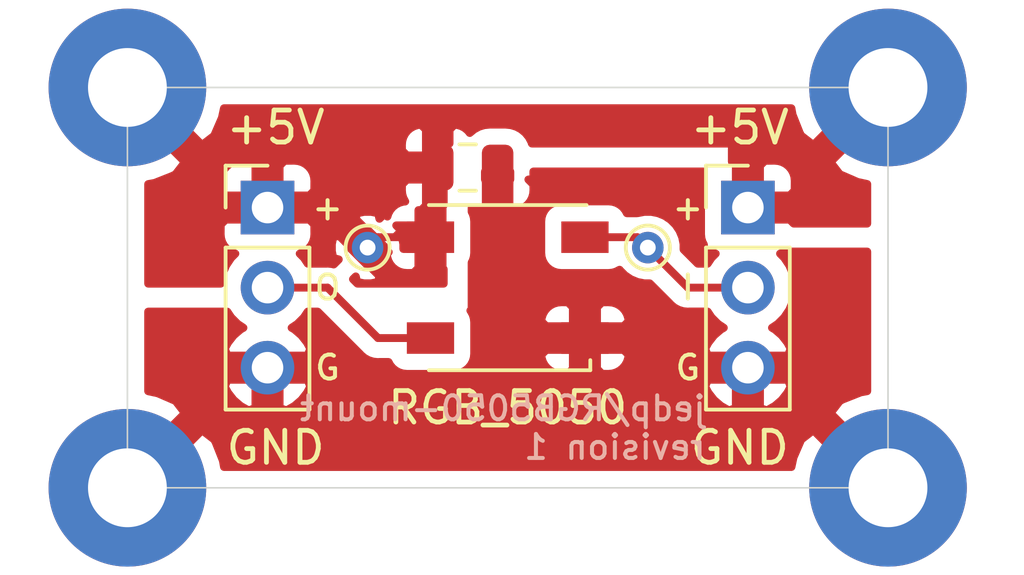
<source format=kicad_pcb>
(kicad_pcb (version 20171130) (host pcbnew "(5.1.7-0-10_14)")

  (general
    (thickness 1.6)
    (drawings 15)
    (tracks 11)
    (zones 0)
    (modules 12)
    (nets 5)
  )

  (page A4)
  (title_block
    (title "RGB 5050 mount")
    (date 2020-10-05)
    (rev 1)
  )

  (layers
    (0 F.Cu signal)
    (31 B.Cu signal)
    (32 B.Adhes user)
    (33 F.Adhes user)
    (34 B.Paste user)
    (35 F.Paste user)
    (36 B.SilkS user)
    (37 F.SilkS user)
    (38 B.Mask user)
    (39 F.Mask user)
    (40 Dwgs.User user)
    (41 Cmts.User user)
    (42 Eco1.User user)
    (43 Eco2.User user)
    (44 Edge.Cuts user)
    (45 Margin user)
    (46 B.CrtYd user)
    (47 F.CrtYd user)
    (48 B.Fab user)
    (49 F.Fab user hide)
  )

  (setup
    (last_trace_width 0.25)
    (trace_clearance 0.2)
    (zone_clearance 0.508)
    (zone_45_only no)
    (trace_min 0.2)
    (via_size 0.8)
    (via_drill 0.4)
    (via_min_size 0.4)
    (via_min_drill 0.3)
    (uvia_size 0.3)
    (uvia_drill 0.1)
    (uvias_allowed no)
    (uvia_min_size 0.2)
    (uvia_min_drill 0.1)
    (edge_width 0.05)
    (segment_width 0.2)
    (pcb_text_width 0.3)
    (pcb_text_size 1.5 1.5)
    (mod_edge_width 0.12)
    (mod_text_size 1 1)
    (mod_text_width 0.15)
    (pad_size 2 2)
    (pad_drill 1)
    (pad_to_mask_clearance 0)
    (aux_axis_origin 0 0)
    (grid_origin 140.97 82.55)
    (visible_elements FFFFF77F)
    (pcbplotparams
      (layerselection 0x010f0_ffffffff)
      (usegerberextensions false)
      (usegerberattributes false)
      (usegerberadvancedattributes false)
      (creategerberjobfile true)
      (excludeedgelayer true)
      (linewidth 0.100000)
      (plotframeref false)
      (viasonmask false)
      (mode 1)
      (useauxorigin false)
      (hpglpennumber 1)
      (hpglpenspeed 20)
      (hpglpendiameter 15.000000)
      (psnegative false)
      (psa4output false)
      (plotreference true)
      (plotvalue true)
      (plotinvisibletext false)
      (padsonsilk false)
      (subtractmaskfromsilk false)
      (outputformat 1)
      (mirror false)
      (drillshape 0)
      (scaleselection 1)
      (outputdirectory "gerber/"))
  )

  (net 0 "")
  (net 1 +5V)
  (net 2 D_IN)
  (net 3 D_OUT)
  (net 4 GND)

  (net_class Default "This is the default net class."
    (clearance 0.2)
    (trace_width 0.25)
    (via_dia 0.8)
    (via_drill 0.4)
    (uvia_dia 0.3)
    (uvia_drill 0.1)
    (add_net +5V)
    (add_net D_IN)
    (add_net D_OUT)
    (add_net GND)
  )

  (module drainmouse:drainmouse (layer F.Cu) (tedit 5F7E90AA) (tstamp 5F7EE9D8)
    (at 144.78 85.725)
    (descr "Imported from /Users/jed/Downloads/drainmouse.svg")
    (tags svg2mod)
    (attr smd)
    (fp_text reference svg2mod (at 0 -3.048) (layer F.SilkS) hide
      (effects (font (size 1.524 1.524) (thickness 0.3048)))
    )
    (fp_text value G*** (at 0 3.048) (layer F.SilkS) hide
      (effects (font (size 1.524 1.524) (thickness 0.3048)))
    )
  )

  (module drainmouse:drainmouse (layer F.Cu) (tedit 5F7E8B18) (tstamp 5F7EE97A)
    (at 139.065 83.82)
    (descr "Imported from /Users/jed/Downloads/drainmouse.svg")
    (tags svg2mod)
    (attr smd)
    (fp_text reference svg2mod (at 0 -3.048) (layer F.SilkS) hide
      (effects (font (size 1.524 1.524) (thickness 0.3048)))
    )
    (fp_text value G*** (at 0 3.048) (layer F.SilkS) hide
      (effects (font (size 1.524 1.524) (thickness 0.3048)))
    )
  )

  (module LED_SMD:LED_Inolux_IN-PI554FCH_PLCC4_5.0x5.0mm_P3.2mm (layer F.Cu) (tedit 5B561F4C) (tstamp 5F7CE428)
    (at 149.86 81.915 180)
    (descr http://www.inolux-corp.com/datasheet/SMDLED/Addressable%20LED/IN-PI554FCH.pdf)
    (tags "RGB LED NeoPixel addressable")
    (path /5F7C1B6D)
    (attr smd)
    (fp_text reference RGB_5050 (at 0 -3.81) (layer F.SilkS)
      (effects (font (size 1 1) (thickness 0.15)))
    )
    (fp_text value Inolux_IN-PI554FCH (at 0 4) (layer F.Fab)
      (effects (font (size 1 1) (thickness 0.15)))
    )
    (fp_line (start 3.45 -2.75) (end -3.45 -2.75) (layer F.CrtYd) (width 0.05))
    (fp_line (start 3.45 2.75) (end 3.45 -2.75) (layer F.CrtYd) (width 0.05))
    (fp_line (start -3.45 2.75) (end 3.45 2.75) (layer F.CrtYd) (width 0.05))
    (fp_line (start -3.45 -2.75) (end -3.45 2.75) (layer F.CrtYd) (width 0.05))
    (fp_line (start -1.5 -2.5) (end -2.5 -1.5) (layer F.Fab) (width 0.1))
    (fp_line (start -2.5 -1.5) (end -2.5 2.5) (layer F.Fab) (width 0.1))
    (fp_line (start -2.5 2.5) (end 2.5 2.5) (layer F.Fab) (width 0.1))
    (fp_line (start 2.5 2.5) (end 2.5 -2.5) (layer F.Fab) (width 0.1))
    (fp_line (start 2.5 -2.5) (end -1.5 -2.5) (layer F.Fab) (width 0.1))
    (fp_line (start -2.62 -2.62) (end 2.5 -2.62) (layer F.SilkS) (width 0.12))
    (fp_line (start -2.5 2.62) (end 2.5 2.62) (layer F.SilkS) (width 0.12))
    (fp_line (start -2.62 -2.3) (end -2.62 -2.62) (layer F.SilkS) (width 0.12))
    (fp_circle (center 0 0) (end 0 -2) (layer F.Fab) (width 0.1))
    (fp_text user %R (at 0 0) (layer F.Fab)
      (effects (font (size 0.8 0.8) (thickness 0.15)))
    )
    (pad 3 smd rect (at 2.45 1.6 180) (size 1.5 1) (layers F.Cu F.Paste F.Mask)
      (net 1 +5V))
    (pad 4 smd rect (at 2.45 -1.6 180) (size 1.5 1) (layers F.Cu F.Paste F.Mask)
      (net 3 D_OUT))
    (pad 2 smd rect (at -2.45 1.6 180) (size 1.5 1) (layers F.Cu F.Paste F.Mask)
      (net 2 D_IN))
    (pad 1 smd rect (at -2.45 -1.6 180) (size 1.5 1) (layers F.Cu F.Paste F.Mask)
      (net 4 GND))
    (model ${KISYS3DMOD}/LED_SMD.3dshapes/LED_Inolux_IN-PI554FCH_PLCC4_5.0x5.0mm_P3.2mm.wrl
      (at (xyz 0 0 0))
      (scale (xyz 1 1 1))
      (rotate (xyz 0 0 0))
    )
  )

  (module Capacitor_SMD:C_0805_2012Metric (layer F.Cu) (tedit 5F68FEEE) (tstamp 5F7CB231)
    (at 148.59 78.105)
    (descr "Capacitor SMD 0805 (2012 Metric), square (rectangular) end terminal, IPC_7351 nominal, (Body size source: IPC-SM-782 page 76, https://www.pcb-3d.com/wordpress/wp-content/uploads/ipc-sm-782a_amendment_1_and_2.pdf, https://docs.google.com/spreadsheets/d/1BsfQQcO9C6DZCsRaXUlFlo91Tg2WpOkGARC1WS5S8t0/edit?usp=sharing), generated with kicad-footprint-generator")
    (tags capacitor)
    (path /5F7CB0FE)
    (attr smd)
    (fp_text reference C1 (at 0 1.905) (layer F.SilkS) hide
      (effects (font (size 1 1) (thickness 0.15)))
    )
    (fp_text value C_Small (at 0 1.68) (layer F.Fab)
      (effects (font (size 1 1) (thickness 0.15)))
    )
    (fp_line (start -1 0.625) (end -1 -0.625) (layer F.Fab) (width 0.1))
    (fp_line (start -1 -0.625) (end 1 -0.625) (layer F.Fab) (width 0.1))
    (fp_line (start 1 -0.625) (end 1 0.625) (layer F.Fab) (width 0.1))
    (fp_line (start 1 0.625) (end -1 0.625) (layer F.Fab) (width 0.1))
    (fp_line (start -0.261252 -0.735) (end 0.261252 -0.735) (layer F.SilkS) (width 0.12))
    (fp_line (start -0.261252 0.735) (end 0.261252 0.735) (layer F.SilkS) (width 0.12))
    (fp_line (start -1.7 0.98) (end -1.7 -0.98) (layer F.CrtYd) (width 0.05))
    (fp_line (start -1.7 -0.98) (end 1.7 -0.98) (layer F.CrtYd) (width 0.05))
    (fp_line (start 1.7 -0.98) (end 1.7 0.98) (layer F.CrtYd) (width 0.05))
    (fp_line (start 1.7 0.98) (end -1.7 0.98) (layer F.CrtYd) (width 0.05))
    (fp_text user %R (at 0 0) (layer F.Fab)
      (effects (font (size 0.5 0.5) (thickness 0.08)))
    )
    (pad 1 smd roundrect (at -0.95 0) (size 1 1.45) (layers F.Cu F.Paste F.Mask) (roundrect_rratio 0.25)
      (net 1 +5V))
    (pad 2 smd roundrect (at 0.95 0) (size 1 1.45) (layers F.Cu F.Paste F.Mask) (roundrect_rratio 0.25)
      (net 4 GND))
    (model ${KISYS3DMOD}/Capacitor_SMD.3dshapes/C_0805_2012Metric.wrl
      (at (xyz 0 0 0))
      (scale (xyz 1 1 1))
      (rotate (xyz 0 0 0))
    )
  )

  (module MountingHole:MountingHole_2.5mm_Pad (layer F.Cu) (tedit 56D1B4CB) (tstamp 5F7CBA59)
    (at 137.795 88.265)
    (descr "Mounting Hole 2.5mm")
    (tags "mounting hole 2.5mm")
    (path /5F7DA9D9)
    (attr virtual)
    (fp_text reference H1_Large1 (at 0 -3.5) (layer F.SilkS) hide
      (effects (font (size 1 1) (thickness 0.15)))
    )
    (fp_text value MountingHole_Pad (at 0 3.5) (layer F.Fab)
      (effects (font (size 1 1) (thickness 0.15)))
    )
    (fp_circle (center 0 0) (end 2.5 0) (layer Cmts.User) (width 0.15))
    (fp_circle (center 0 0) (end 2.75 0) (layer F.CrtYd) (width 0.05))
    (fp_text user %R (at 0.3 0) (layer F.Fab)
      (effects (font (size 1 1) (thickness 0.15)))
    )
    (pad 1 thru_hole circle (at 0 0) (size 5 5) (drill 2.5) (layers *.Cu *.Mask)
      (net 4 GND))
  )

  (module MountingHole:MountingHole_2.5mm_Pad (layer F.Cu) (tedit 56D1B4CB) (tstamp 5F7CBA60)
    (at 137.795 75.565)
    (descr "Mounting Hole 2.5mm")
    (tags "mounting hole 2.5mm")
    (path /5F7DB5A7)
    (attr virtual)
    (fp_text reference H2_Large1 (at 0 -3.5) (layer F.SilkS) hide
      (effects (font (size 1 1) (thickness 0.15)))
    )
    (fp_text value MountingHole_Pad (at 0 3.5) (layer F.Fab)
      (effects (font (size 1 1) (thickness 0.15)))
    )
    (fp_circle (center 0 0) (end 2.5 0) (layer Cmts.User) (width 0.15))
    (fp_circle (center 0 0) (end 2.75 0) (layer F.CrtYd) (width 0.05))
    (fp_text user %R (at 0.3 0) (layer F.Fab)
      (effects (font (size 1 1) (thickness 0.15)))
    )
    (pad 1 thru_hole circle (at 0 0) (size 5 5) (drill 2.5) (layers *.Cu *.Mask)
      (net 1 +5V))
  )

  (module MountingHole:MountingHole_2.5mm_Pad (layer F.Cu) (tedit 56D1B4CB) (tstamp 5F7CBA67)
    (at 161.925 75.565)
    (descr "Mounting Hole 2.5mm")
    (tags "mounting hole 2.5mm")
    (path /5F7DB30F)
    (attr virtual)
    (fp_text reference H3_Large1 (at 0 -3.5) (layer F.SilkS) hide
      (effects (font (size 1 1) (thickness 0.15)))
    )
    (fp_text value MountingHole_Pad (at 0 3.5) (layer F.Fab)
      (effects (font (size 1 1) (thickness 0.15)))
    )
    (fp_circle (center 0 0) (end 2.75 0) (layer F.CrtYd) (width 0.05))
    (fp_circle (center 0 0) (end 2.5 0) (layer Cmts.User) (width 0.15))
    (fp_text user %R (at 0.3 0) (layer F.Fab)
      (effects (font (size 1 1) (thickness 0.15)))
    )
    (pad 1 thru_hole circle (at 0 0) (size 5 5) (drill 2.5) (layers *.Cu *.Mask)
      (net 1 +5V))
  )

  (module MountingHole:MountingHole_2.5mm_Pad (layer F.Cu) (tedit 56D1B4CB) (tstamp 5F7CBA6E)
    (at 161.925 88.265)
    (descr "Mounting Hole 2.5mm")
    (tags "mounting hole 2.5mm")
    (path /5F7DB84D)
    (attr virtual)
    (fp_text reference H4_Large1 (at 0 -3.5) (layer F.SilkS) hide
      (effects (font (size 1 1) (thickness 0.15)))
    )
    (fp_text value MountingHole_Pad (at 0 3.5) (layer F.Fab)
      (effects (font (size 1 1) (thickness 0.15)))
    )
    (fp_circle (center 0 0) (end 2.75 0) (layer F.CrtYd) (width 0.05))
    (fp_circle (center 0 0) (end 2.5 0) (layer Cmts.User) (width 0.15))
    (fp_text user %R (at 0.3 0) (layer F.Fab)
      (effects (font (size 1 1) (thickness 0.15)))
    )
    (pad 1 thru_hole circle (at 0 0) (size 5 5) (drill 2.5) (layers *.Cu *.Mask)
      (net 4 GND))
  )

  (module TestPoint:TestPoint_THTPad_D1.0mm_Drill0.5mm (layer F.Cu) (tedit 5A0F774F) (tstamp 5F7CBCD5)
    (at 145.415 80.645)
    (descr "THT pad as test Point, diameter 1.0mm, hole diameter 0.5mm")
    (tags "test point THT pad")
    (path /5F7EFC3A)
    (attr virtual)
    (fp_text reference TP1 (at 0 -1.448) (layer F.SilkS) hide
      (effects (font (size 1 1) (thickness 0.15)))
    )
    (fp_text value TestPoint (at 0 1.55) (layer F.Fab)
      (effects (font (size 1 1) (thickness 0.15)))
    )
    (fp_circle (center 0 0) (end 1 0) (layer F.CrtYd) (width 0.05))
    (fp_circle (center 0 0) (end 0 0.7) (layer F.SilkS) (width 0.12))
    (fp_text user %R (at 0 -1.45) (layer F.Fab)
      (effects (font (size 1 1) (thickness 0.15)))
    )
    (pad 1 thru_hole circle (at 0 0) (size 1 1) (drill 0.5) (layers *.Cu *.Mask)
      (net 1 +5V))
  )

  (module TestPoint:TestPoint_THTPad_D1.0mm_Drill0.5mm (layer F.Cu) (tedit 5A0F774F) (tstamp 5F7CBCDC)
    (at 154.305 80.645)
    (descr "THT pad as test Point, diameter 1.0mm, hole diameter 0.5mm")
    (tags "test point THT pad")
    (path /5F7F0677)
    (attr virtual)
    (fp_text reference TP2 (at 0 -1.448) (layer F.SilkS) hide
      (effects (font (size 1 1) (thickness 0.15)))
    )
    (fp_text value TestPoint (at 0 1.55) (layer F.Fab)
      (effects (font (size 1 1) (thickness 0.15)))
    )
    (fp_circle (center 0 0) (end 0 0.7) (layer F.SilkS) (width 0.12))
    (fp_circle (center 0 0) (end 1 0) (layer F.CrtYd) (width 0.05))
    (fp_text user %R (at 0 -1.45) (layer F.Fab)
      (effects (font (size 1 1) (thickness 0.15)))
    )
    (pad 1 thru_hole circle (at 0 0) (size 1 1) (drill 0.5) (layers *.Cu *.Mask)
      (net 2 D_IN))
  )

  (module Connector_PinHeader_2.54mm:PinHeader_1x03_P2.54mm_Vertical (layer F.Cu) (tedit 59FED5CC) (tstamp 5F7E4944)
    (at 157.48 79.375)
    (descr "Through hole straight pin header, 1x03, 2.54mm pitch, single row")
    (tags "Through hole pin header THT 1x03 2.54mm single row")
    (path /5F818A5B)
    (fp_text reference J1 (at 0 -2.33) (layer F.SilkS) hide
      (effects (font (size 1 1) (thickness 0.15)))
    )
    (fp_text value Conn_01x03_Female (at 0 7.41) (layer F.Fab)
      (effects (font (size 1 1) (thickness 0.15)))
    )
    (fp_line (start -0.635 -1.27) (end 1.27 -1.27) (layer F.Fab) (width 0.1))
    (fp_line (start 1.27 -1.27) (end 1.27 6.35) (layer F.Fab) (width 0.1))
    (fp_line (start 1.27 6.35) (end -1.27 6.35) (layer F.Fab) (width 0.1))
    (fp_line (start -1.27 6.35) (end -1.27 -0.635) (layer F.Fab) (width 0.1))
    (fp_line (start -1.27 -0.635) (end -0.635 -1.27) (layer F.Fab) (width 0.1))
    (fp_line (start -1.33 6.41) (end 1.33 6.41) (layer F.SilkS) (width 0.12))
    (fp_line (start -1.33 1.27) (end -1.33 6.41) (layer F.SilkS) (width 0.12))
    (fp_line (start 1.33 1.27) (end 1.33 6.41) (layer F.SilkS) (width 0.12))
    (fp_line (start -1.33 1.27) (end 1.33 1.27) (layer F.SilkS) (width 0.12))
    (fp_line (start -1.33 0) (end -1.33 -1.33) (layer F.SilkS) (width 0.12))
    (fp_line (start -1.33 -1.33) (end 0 -1.33) (layer F.SilkS) (width 0.12))
    (fp_line (start -1.8 -1.8) (end -1.8 6.85) (layer F.CrtYd) (width 0.05))
    (fp_line (start -1.8 6.85) (end 1.8 6.85) (layer F.CrtYd) (width 0.05))
    (fp_line (start 1.8 6.85) (end 1.8 -1.8) (layer F.CrtYd) (width 0.05))
    (fp_line (start 1.8 -1.8) (end -1.8 -1.8) (layer F.CrtYd) (width 0.05))
    (fp_text user %R (at 0 2.54 90) (layer F.Fab)
      (effects (font (size 1 1) (thickness 0.15)))
    )
    (pad 1 thru_hole rect (at 0 0) (size 1.7 1.7) (drill 1) (layers *.Cu *.Mask)
      (net 1 +5V))
    (pad 2 thru_hole oval (at 0 2.54) (size 1.7 1.7) (drill 1) (layers *.Cu *.Mask)
      (net 2 D_IN))
    (pad 3 thru_hole oval (at 0 5.08) (size 1.7 1.7) (drill 1) (layers *.Cu *.Mask)
      (net 4 GND))
    (model ${KISYS3DMOD}/Connector_PinHeader_2.54mm.3dshapes/PinHeader_1x03_P2.54mm_Vertical.wrl
      (at (xyz 0 0 0))
      (scale (xyz 1 1 1))
      (rotate (xyz 0 0 0))
    )
  )

  (module Connector_PinHeader_2.54mm:PinHeader_1x03_P2.54mm_Vertical (layer F.Cu) (tedit 59FED5CC) (tstamp 5F7CD866)
    (at 142.24 79.375)
    (descr "Through hole straight pin header, 1x03, 2.54mm pitch, single row")
    (tags "Through hole pin header THT 1x03 2.54mm single row")
    (path /5F81A5BD)
    (fp_text reference J2 (at 0 -2.33) (layer F.SilkS) hide
      (effects (font (size 1 1) (thickness 0.15)))
    )
    (fp_text value Conn_01x03_Female (at 0 7.41) (layer F.Fab)
      (effects (font (size 1 1) (thickness 0.15)))
    )
    (fp_line (start 1.8 -1.8) (end -1.8 -1.8) (layer F.CrtYd) (width 0.05))
    (fp_line (start 1.8 6.85) (end 1.8 -1.8) (layer F.CrtYd) (width 0.05))
    (fp_line (start -1.8 6.85) (end 1.8 6.85) (layer F.CrtYd) (width 0.05))
    (fp_line (start -1.8 -1.8) (end -1.8 6.85) (layer F.CrtYd) (width 0.05))
    (fp_line (start -1.33 -1.33) (end 0 -1.33) (layer F.SilkS) (width 0.12))
    (fp_line (start -1.33 0) (end -1.33 -1.33) (layer F.SilkS) (width 0.12))
    (fp_line (start -1.33 1.27) (end 1.33 1.27) (layer F.SilkS) (width 0.12))
    (fp_line (start 1.33 1.27) (end 1.33 6.41) (layer F.SilkS) (width 0.12))
    (fp_line (start -1.33 1.27) (end -1.33 6.41) (layer F.SilkS) (width 0.12))
    (fp_line (start -1.33 6.41) (end 1.33 6.41) (layer F.SilkS) (width 0.12))
    (fp_line (start -1.27 -0.635) (end -0.635 -1.27) (layer F.Fab) (width 0.1))
    (fp_line (start -1.27 6.35) (end -1.27 -0.635) (layer F.Fab) (width 0.1))
    (fp_line (start 1.27 6.35) (end -1.27 6.35) (layer F.Fab) (width 0.1))
    (fp_line (start 1.27 -1.27) (end 1.27 6.35) (layer F.Fab) (width 0.1))
    (fp_line (start -0.635 -1.27) (end 1.27 -1.27) (layer F.Fab) (width 0.1))
    (fp_text user %R (at 0 2.54 90) (layer F.Fab)
      (effects (font (size 1 1) (thickness 0.15)))
    )
    (pad 3 thru_hole oval (at 0 5.08) (size 1.7 1.7) (drill 1) (layers *.Cu *.Mask)
      (net 4 GND))
    (pad 2 thru_hole oval (at 0 2.54) (size 1.7 1.7) (drill 1) (layers *.Cu *.Mask)
      (net 3 D_OUT))
    (pad 1 thru_hole rect (at 0 0) (size 1.7 1.7) (drill 1) (layers *.Cu *.Mask)
      (net 1 +5V))
    (model ${KISYS3DMOD}/Connector_PinHeader_2.54mm.3dshapes/PinHeader_1x03_P2.54mm_Vertical.wrl
      (at (xyz 0 0 0))
      (scale (xyz 1 1 1))
      (rotate (xyz 0 0 0))
    )
  )

  (gr_text "jedp/RGB5050-mount\nrevision 1" (at 156.21 86.36) (layer B.SilkS)
    (effects (font (size 0.762 0.762) (thickness 0.127)) (justify left mirror))
  )
  (gr_line (start 137.795 88.265) (end 137.795 75.565) (layer Edge.Cuts) (width 0.05) (tstamp 5F7CE6EA))
  (gr_line (start 161.925 88.265) (end 137.795 88.265) (layer Edge.Cuts) (width 0.05))
  (gr_line (start 161.925 75.565) (end 161.925 88.265) (layer Edge.Cuts) (width 0.05))
  (gr_line (start 137.795 75.565) (end 161.925 75.565) (layer Edge.Cuts) (width 0.05))
  (gr_text GND (at 155.575 86.995) (layer F.SilkS)
    (effects (font (size 1.016 1.016) (thickness 0.1524)) (justify left))
  )
  (gr_text GND (at 144.145 86.995) (layer F.SilkS)
    (effects (font (size 1.016 1.016) (thickness 0.1524)) (justify right))
  )
  (gr_text +5V (at 155.575 76.835) (layer F.SilkS)
    (effects (font (size 1.016 1.016) (thickness 0.1524)) (justify left))
  )
  (gr_text +5V (at 144.145 76.835) (layer F.SilkS)
    (effects (font (size 1.016 1.016) (thickness 0.1524)) (justify right))
  )
  (gr_text G (at 155.575 84.455) (layer F.SilkS)
    (effects (font (size 0.762 0.762) (thickness 0.127)))
  )
  (gr_text O (at 144.145 81.915) (layer F.SilkS)
    (effects (font (size 0.762 0.762) (thickness 0.127)))
  )
  (gr_text + (at 155.575 79.375) (layer F.SilkS)
    (effects (font (size 0.762 0.762) (thickness 0.127)))
  )
  (gr_text G (at 144.145 84.455) (layer F.SilkS)
    (effects (font (size 0.762 0.762) (thickness 0.127)))
  )
  (gr_text I (at 155.575 81.915) (layer F.SilkS)
    (effects (font (size 0.762 0.762) (thickness 0.127)))
  )
  (gr_text + (at 144.145 79.375) (layer F.SilkS)
    (effects (font (size 0.762 0.762) (thickness 0.127)))
  )

  (segment (start 145.745 80.315) (end 145.415 80.645) (width 0.25) (layer F.Cu) (net 1))
  (segment (start 147.41 80.315) (end 145.745 80.315) (width 0.25) (layer F.Cu) (net 1))
  (segment (start 147.64 80.085) (end 147.41 80.315) (width 0.25) (layer F.Cu) (net 1))
  (segment (start 147.64 78.105) (end 147.64 80.085) (width 0.25) (layer F.Cu) (net 1))
  (segment (start 153.975 80.315) (end 154.305 80.645) (width 0.25) (layer F.Cu) (net 2))
  (segment (start 152.31 80.315) (end 153.975 80.315) (width 0.25) (layer F.Cu) (net 2))
  (segment (start 154.305 80.645) (end 155.575 81.915) (width 0.25) (layer F.Cu) (net 2))
  (segment (start 155.575 81.915) (end 157.48 81.915) (width 0.25) (layer F.Cu) (net 2))
  (segment (start 147.41 83.515) (end 145.745 83.515) (width 0.25) (layer F.Cu) (net 3))
  (segment (start 144.145 81.915) (end 142.24 81.915) (width 0.25) (layer F.Cu) (net 3))
  (segment (start 145.745 83.515) (end 144.145 81.915) (width 0.25) (layer F.Cu) (net 3))

  (zone (net 4) (net_name GND) (layer F.Cu) (tstamp 5F7E79DB) (hatch edge 0.508)
    (connect_pads (clearance 0.508))
    (min_thickness 0.254)
    (fill yes (arc_segments 32) (thermal_gap 0.508) (thermal_bridge_width 1.016))
    (polygon
      (pts
        (xy 156.21 80.645) (xy 161.925 80.645) (xy 161.925 88.265) (xy 137.795 88.265) (xy 137.795 82.55)
        (xy 148.59 82.55) (xy 148.59 78.105) (xy 156.21 78.105)
      )
    )
    (filled_polygon
      (pts
        (xy 149.941 78.486) (xy 149.913 78.486) (xy 149.913 79.30625) (xy 150.07175 79.465) (xy 150.173996 79.453844)
        (xy 150.293127 79.415715) (xy 150.402531 79.355078) (xy 150.498003 79.274263) (xy 150.575874 79.176375) (xy 150.633151 79.065175)
        (xy 150.667634 78.944939) (xy 150.677998 78.820285) (xy 150.675 78.64475) (xy 150.516252 78.486002) (xy 150.675 78.486002)
        (xy 150.675 78.232) (xy 156.066593 78.232) (xy 156.040498 78.28082) (xy 156.004188 78.400518) (xy 155.991928 78.525)
        (xy 155.991928 80.225) (xy 156.004188 80.349482) (xy 156.040498 80.46918) (xy 156.083 80.548694) (xy 156.083 80.645)
        (xy 156.08544 80.669776) (xy 156.092667 80.693601) (xy 156.104403 80.715557) (xy 156.120197 80.734803) (xy 156.139443 80.750597)
        (xy 156.161399 80.762333) (xy 156.185224 80.76956) (xy 156.21 80.772) (xy 156.306306 80.772) (xy 156.38582 80.814502)
        (xy 156.45838 80.836513) (xy 156.326525 80.968368) (xy 156.201822 81.155) (xy 155.889802 81.155) (xy 155.44 80.705199)
        (xy 155.44 80.533212) (xy 155.396383 80.313933) (xy 155.310824 80.107376) (xy 155.186612 79.92148) (xy 155.02852 79.763388)
        (xy 154.842624 79.639176) (xy 154.636067 79.553617) (xy 154.416788 79.51) (xy 154.193212 79.51) (xy 153.981996 79.552013)
        (xy 153.975 79.551324) (xy 153.937678 79.555) (xy 153.641046 79.555) (xy 153.590537 79.460506) (xy 153.511185 79.363815)
        (xy 153.414494 79.284463) (xy 153.30418 79.225498) (xy 153.184482 79.189188) (xy 153.06 79.176928) (xy 151.56 79.176928)
        (xy 151.435518 79.189188) (xy 151.31582 79.225498) (xy 151.205506 79.284463) (xy 151.108815 79.363815) (xy 151.029463 79.460506)
        (xy 150.970498 79.57082) (xy 150.934188 79.690518) (xy 150.921928 79.815) (xy 150.921928 80.815) (xy 150.934188 80.939482)
        (xy 150.970498 81.05918) (xy 151.029463 81.169494) (xy 151.108815 81.266185) (xy 151.205506 81.345537) (xy 151.31582 81.404502)
        (xy 151.435518 81.440812) (xy 151.56 81.453072) (xy 153.06 81.453072) (xy 153.184482 81.440812) (xy 153.30418 81.404502)
        (xy 153.409732 81.348082) (xy 153.423388 81.36852) (xy 153.58148 81.526612) (xy 153.767376 81.650824) (xy 153.973933 81.736383)
        (xy 154.193212 81.78) (xy 154.365199 81.78) (xy 155.0112 82.426002) (xy 155.034999 82.455001) (xy 155.150724 82.549974)
        (xy 155.282753 82.620546) (xy 155.426014 82.664003) (xy 155.537667 82.675) (xy 155.537676 82.675) (xy 155.574999 82.678676)
        (xy 155.612322 82.675) (xy 156.201822 82.675) (xy 156.326525 82.861632) (xy 156.533368 83.068475) (xy 156.714978 83.189823)
        (xy 156.625765 83.240279) (xy 156.405199 83.430273) (xy 156.225937 83.659646) (xy 156.12198 83.854162) (xy 156.209654 84.074)
        (xy 157.099 84.074) (xy 157.099 84.054) (xy 157.861 84.054) (xy 157.861 84.074) (xy 158.750346 84.074)
        (xy 158.83802 83.854162) (xy 158.734063 83.659646) (xy 158.554801 83.430273) (xy 158.334235 83.240279) (xy 158.245022 83.189823)
        (xy 158.426632 83.068475) (xy 158.633475 82.861632) (xy 158.79599 82.618411) (xy 158.907932 82.348158) (xy 158.965 82.06126)
        (xy 158.965 81.76874) (xy 158.907932 81.481842) (xy 158.79599 81.211589) (xy 158.633475 80.968368) (xy 158.50162 80.836513)
        (xy 158.57418 80.814502) (xy 158.653694 80.772) (xy 161.265 80.772) (xy 161.265001 85.198633) (xy 161.059513 85.236057)
        (xy 160.485225 85.463106) (xy 160.395206 85.511222) (xy 160.096382 85.897566) (xy 161.265001 87.066186) (xy 161.265001 87.605)
        (xy 160.726185 87.605) (xy 159.557566 86.436382) (xy 159.171222 86.735206) (xy 158.925687 87.301835) (xy 158.860261 87.605)
        (xy 140.861367 87.605) (xy 140.823943 87.399513) (xy 140.596894 86.825225) (xy 140.548778 86.735206) (xy 140.162434 86.436382)
        (xy 138.993815 87.605) (xy 138.455 87.605) (xy 138.455 87.066185) (xy 139.623618 85.897566) (xy 139.324794 85.511222)
        (xy 138.758165 85.265687) (xy 138.455 85.200261) (xy 138.455 85.055838) (xy 140.88198 85.055838) (xy 140.985937 85.250354)
        (xy 141.165199 85.479727) (xy 141.385765 85.669721) (xy 141.639159 85.813034) (xy 141.859 85.731557) (xy 141.859 84.836)
        (xy 142.621 84.836) (xy 142.621 85.731557) (xy 142.840841 85.813034) (xy 143.094235 85.669721) (xy 143.314801 85.479727)
        (xy 143.494063 85.250354) (xy 143.59802 85.055838) (xy 156.12198 85.055838) (xy 156.225937 85.250354) (xy 156.405199 85.479727)
        (xy 156.625765 85.669721) (xy 156.879159 85.813034) (xy 157.099 85.731557) (xy 157.099 84.836) (xy 157.861 84.836)
        (xy 157.861 85.731557) (xy 158.080841 85.813034) (xy 158.334235 85.669721) (xy 158.554801 85.479727) (xy 158.734063 85.250354)
        (xy 158.83802 85.055838) (xy 158.750346 84.836) (xy 157.861 84.836) (xy 157.099 84.836) (xy 156.209654 84.836)
        (xy 156.12198 85.055838) (xy 143.59802 85.055838) (xy 143.510346 84.836) (xy 142.621 84.836) (xy 141.859 84.836)
        (xy 140.969654 84.836) (xy 140.88198 85.055838) (xy 138.455 85.055838) (xy 138.455 82.677) (xy 140.963158 82.677)
        (xy 141.086525 82.861632) (xy 141.293368 83.068475) (xy 141.474978 83.189823) (xy 141.385765 83.240279) (xy 141.165199 83.430273)
        (xy 140.985937 83.659646) (xy 140.88198 83.854162) (xy 140.969654 84.074) (xy 141.859 84.074) (xy 141.859 84.054)
        (xy 142.621 84.054) (xy 142.621 84.074) (xy 143.510346 84.074) (xy 143.59802 83.854162) (xy 143.494063 83.659646)
        (xy 143.314801 83.430273) (xy 143.094235 83.240279) (xy 143.005022 83.189823) (xy 143.186632 83.068475) (xy 143.393475 82.861632)
        (xy 143.516842 82.677) (xy 143.832199 82.677) (xy 145.181201 84.026003) (xy 145.204999 84.055001) (xy 145.320724 84.149974)
        (xy 145.452753 84.220546) (xy 145.596014 84.264003) (xy 145.707667 84.275) (xy 145.707675 84.275) (xy 145.745 84.278676)
        (xy 145.782325 84.275) (xy 146.078954 84.275) (xy 146.129463 84.369494) (xy 146.208815 84.466185) (xy 146.305506 84.545537)
        (xy 146.41582 84.604502) (xy 146.535518 84.640812) (xy 146.66 84.653072) (xy 148.16 84.653072) (xy 148.284482 84.640812)
        (xy 148.40418 84.604502) (xy 148.514494 84.545537) (xy 148.611185 84.466185) (xy 148.690537 84.369494) (xy 148.749502 84.25918)
        (xy 148.785812 84.139482) (xy 148.794945 84.04675) (xy 150.925 84.04675) (xy 150.936109 84.148773) (xy 150.974194 84.267918)
        (xy 151.034792 84.377343) (xy 151.115574 84.472844) (xy 151.213434 84.55075) (xy 151.324613 84.608067) (xy 151.444838 84.642593)
        (xy 151.569488 84.653001) (xy 151.77025 84.65) (xy 151.929 84.49125) (xy 151.929 83.888) (xy 152.691 83.888)
        (xy 152.691 84.49125) (xy 152.84975 84.65) (xy 153.050512 84.653001) (xy 153.175162 84.642593) (xy 153.295387 84.608067)
        (xy 153.406566 84.55075) (xy 153.504426 84.472844) (xy 153.585208 84.377343) (xy 153.645806 84.267918) (xy 153.683891 84.148773)
        (xy 153.695 84.04675) (xy 153.53625 83.888) (xy 152.691 83.888) (xy 151.929 83.888) (xy 151.08375 83.888)
        (xy 150.925 84.04675) (xy 148.794945 84.04675) (xy 148.798072 84.015) (xy 148.798072 83.015) (xy 148.794946 82.98325)
        (xy 150.925 82.98325) (xy 151.08375 83.142) (xy 151.929 83.142) (xy 151.929 82.53875) (xy 152.691 82.53875)
        (xy 152.691 83.142) (xy 153.53625 83.142) (xy 153.695 82.98325) (xy 153.683891 82.881227) (xy 153.645806 82.762082)
        (xy 153.585208 82.652657) (xy 153.504426 82.557156) (xy 153.406566 82.47925) (xy 153.295387 82.421933) (xy 153.175162 82.387407)
        (xy 153.050512 82.376999) (xy 152.84975 82.38) (xy 152.691 82.53875) (xy 151.929 82.53875) (xy 151.77025 82.38)
        (xy 151.569488 82.376999) (xy 151.444838 82.387407) (xy 151.324613 82.421933) (xy 151.213434 82.47925) (xy 151.115574 82.557156)
        (xy 151.034792 82.652657) (xy 150.974194 82.762082) (xy 150.936109 82.881227) (xy 150.925 82.98325) (xy 148.794946 82.98325)
        (xy 148.785812 82.890518) (xy 148.749502 82.77082) (xy 148.690537 82.660506) (xy 148.676064 82.642871) (xy 148.679803 82.639803)
        (xy 148.695597 82.620557) (xy 148.707333 82.598601) (xy 148.71456 82.574776) (xy 148.717 82.55) (xy 148.717 81.119986)
        (xy 148.749502 81.05918) (xy 148.785812 80.939482) (xy 148.798072 80.815) (xy 148.798072 79.815) (xy 148.785812 79.690518)
        (xy 148.749502 79.57082) (xy 148.717 79.510014) (xy 148.717 79.376988) (xy 148.786873 79.415715) (xy 148.906004 79.453844)
        (xy 149.00825 79.465) (xy 149.167 79.30625) (xy 149.167 78.486) (xy 149.139 78.486) (xy 149.139 78.232)
        (xy 149.941 78.232)
      )
    )
  )
  (zone (net 1) (net_name +5V) (layer F.Cu) (tstamp 5F7E79D8) (hatch edge 0.508)
    (connect_pads (clearance 0.508))
    (min_thickness 0.254)
    (fill yes (arc_segments 32) (thermal_gap 0.508) (thermal_bridge_width 1.016))
    (polygon
      (pts
        (xy 161.925 80.01) (xy 156.845 80.01) (xy 156.845 77.47) (xy 147.955 77.47) (xy 147.955 81.915)
        (xy 137.795 81.915) (xy 137.795 75.565) (xy 161.925 75.565)
      )
    )
    (filled_polygon
      (pts
        (xy 140.162434 77.393618) (xy 140.16748 77.389715) (xy 146.502002 77.389715) (xy 146.505 77.56525) (xy 146.66375 77.724)
        (xy 147.267 77.724) (xy 147.267 76.90375) (xy 147.10825 76.745) (xy 147.006004 76.756156) (xy 146.886873 76.794285)
        (xy 146.777469 76.854922) (xy 146.681997 76.935737) (xy 146.604126 77.033625) (xy 146.546849 77.144825) (xy 146.512366 77.265061)
        (xy 146.502002 77.389715) (xy 140.16748 77.389715) (xy 140.548778 77.094794) (xy 140.794313 76.528165) (xy 140.859739 76.225)
        (xy 158.858633 76.225) (xy 158.896057 76.430487) (xy 159.123106 77.004775) (xy 159.171222 77.094794) (xy 159.557566 77.393618)
        (xy 160.726185 76.225) (xy 161.265 76.225) (xy 161.265 76.763815) (xy 160.096382 77.932434) (xy 160.395206 78.318778)
        (xy 160.961835 78.564313) (xy 161.265 78.629739) (xy 161.265 79.883) (xy 158.93325 79.883) (xy 158.80625 79.756)
        (xy 157.861 79.756) (xy 157.861 79.776) (xy 157.099 79.776) (xy 157.099 79.756) (xy 157.079 79.756)
        (xy 157.079 78.994) (xy 157.099 78.994) (xy 157.099 78.04875) (xy 157.861 78.04875) (xy 157.861 78.994)
        (xy 158.80625 78.994) (xy 158.965 78.83525) (xy 158.968072 78.525) (xy 158.955812 78.400518) (xy 158.919502 78.28082)
        (xy 158.860537 78.170506) (xy 158.781185 78.073815) (xy 158.684494 77.994463) (xy 158.57418 77.935498) (xy 158.454482 77.899188)
        (xy 158.33 77.886928) (xy 158.01975 77.89) (xy 157.861 78.04875) (xy 157.099 78.04875) (xy 156.972 77.92175)
        (xy 156.972 77.47) (xy 156.96956 77.445224) (xy 156.962333 77.421399) (xy 156.950597 77.399443) (xy 156.934803 77.380197)
        (xy 156.915557 77.364403) (xy 156.893601 77.352667) (xy 156.869776 77.34544) (xy 156.845 77.343) (xy 150.626504 77.343)
        (xy 150.610472 77.29015) (xy 150.528405 77.136614) (xy 150.417962 77.002038) (xy 150.283386 76.891595) (xy 150.12985 76.809528)
        (xy 149.963254 76.758992) (xy 149.79 76.741928) (xy 149.29 76.741928) (xy 149.116746 76.758992) (xy 148.95015 76.809528)
        (xy 148.796614 76.891595) (xy 148.662038 77.002038) (xy 148.656304 77.009025) (xy 148.598003 76.935737) (xy 148.502531 76.854922)
        (xy 148.393127 76.794285) (xy 148.273996 76.756156) (xy 148.17175 76.745) (xy 148.013 76.90375) (xy 148.013 77.343)
        (xy 147.955 77.343) (xy 147.930224 77.34544) (xy 147.906399 77.352667) (xy 147.884443 77.364403) (xy 147.865197 77.380197)
        (xy 147.849403 77.399443) (xy 147.837667 77.421399) (xy 147.83044 77.445224) (xy 147.828 77.47) (xy 147.828 79.30175)
        (xy 147.791 79.33875) (xy 147.791 79.942) (xy 147.811 79.942) (xy 147.811 80.688) (xy 147.791 80.688)
        (xy 147.791 81.29125) (xy 147.828 81.32825) (xy 147.828 81.788) (xy 145.092801 81.788) (xy 144.95181 81.647009)
        (xy 145.038886 81.559932) (xy 145.083264 81.73618) (xy 145.302517 81.779931) (xy 145.526093 81.780068) (xy 145.745399 81.736585)
        (xy 145.746736 81.73618) (xy 145.79339 81.550891) (xy 145.415 81.172502) (xy 145.395201 81.192301) (xy 144.867699 80.664799)
        (xy 144.887498 80.645) (xy 144.509109 80.26661) (xy 144.32382 80.313264) (xy 144.280069 80.532517) (xy 144.279932 80.756093)
        (xy 144.323415 80.975399) (xy 144.32382 80.976736) (xy 144.500068 81.021114) (xy 144.340941 81.180241) (xy 144.293986 81.165997)
        (xy 144.182333 81.155) (xy 144.182322 81.155) (xy 144.145 81.151324) (xy 144.107678 81.155) (xy 143.518178 81.155)
        (xy 143.393475 80.968368) (xy 143.26162 80.836513) (xy 143.33418 80.814502) (xy 143.444494 80.755537) (xy 143.541185 80.676185)
        (xy 143.620537 80.579494) (xy 143.679502 80.46918) (xy 143.715812 80.349482) (xy 143.728072 80.225) (xy 143.725 79.91475)
        (xy 143.56625 79.756) (xy 142.621 79.756) (xy 142.621 79.776) (xy 141.859 79.776) (xy 141.859 79.756)
        (xy 140.91375 79.756) (xy 140.755 79.91475) (xy 140.751928 80.225) (xy 140.764188 80.349482) (xy 140.800498 80.46918)
        (xy 140.859463 80.579494) (xy 140.938815 80.676185) (xy 141.035506 80.755537) (xy 141.14582 80.814502) (xy 141.21838 80.836513)
        (xy 141.086525 80.968368) (xy 140.92401 81.211589) (xy 140.812068 81.481842) (xy 140.755 81.76874) (xy 140.755 81.788)
        (xy 138.455 81.788) (xy 138.455 79.739109) (xy 145.03661 79.739109) (xy 145.415 80.117498) (xy 145.434799 80.097699)
        (xy 145.962301 80.625201) (xy 145.942502 80.645) (xy 146.084626 80.787124) (xy 146.025 80.84675) (xy 146.036109 80.948773)
        (xy 146.074194 81.067918) (xy 146.134792 81.177343) (xy 146.215574 81.272844) (xy 146.313434 81.35075) (xy 146.424613 81.408067)
        (xy 146.544838 81.442593) (xy 146.669488 81.453001) (xy 146.87025 81.45) (xy 147.029 81.29125) (xy 147.029 80.688)
        (xy 146.549974 80.688) (xy 146.550068 80.533907) (xy 146.506585 80.314601) (xy 146.50618 80.313264) (xy 146.329932 80.268886)
        (xy 146.490424 80.108394) (xy 146.32403 79.942) (xy 147.029 79.942) (xy 147.029 79.456353) (xy 147.10825 79.465)
        (xy 147.267 79.30625) (xy 147.267 78.486) (xy 146.66375 78.486) (xy 146.505 78.64475) (xy 146.502002 78.820285)
        (xy 146.512366 78.944939) (xy 146.546849 79.065175) (xy 146.604126 79.176375) (xy 146.608663 79.182078) (xy 146.544838 79.187407)
        (xy 146.424613 79.221933) (xy 146.313434 79.27925) (xy 146.215574 79.357156) (xy 146.134792 79.452657) (xy 146.074194 79.562082)
        (xy 146.042685 79.660655) (xy 145.951606 79.569576) (xy 145.791114 79.730068) (xy 145.746736 79.55382) (xy 145.527483 79.510069)
        (xy 145.303907 79.509932) (xy 145.084601 79.553415) (xy 145.083264 79.55382) (xy 145.03661 79.739109) (xy 138.455 79.739109)
        (xy 138.455 78.631367) (xy 138.660487 78.593943) (xy 138.834868 78.525) (xy 140.751928 78.525) (xy 140.755 78.83525)
        (xy 140.91375 78.994) (xy 141.859 78.994) (xy 141.859 78.04875) (xy 142.621 78.04875) (xy 142.621 78.994)
        (xy 143.56625 78.994) (xy 143.725 78.83525) (xy 143.728072 78.525) (xy 143.715812 78.400518) (xy 143.679502 78.28082)
        (xy 143.620537 78.170506) (xy 143.541185 78.073815) (xy 143.444494 77.994463) (xy 143.33418 77.935498) (xy 143.214482 77.899188)
        (xy 143.09 77.886928) (xy 142.77975 77.89) (xy 142.621 78.04875) (xy 141.859 78.04875) (xy 141.70025 77.89)
        (xy 141.39 77.886928) (xy 141.265518 77.899188) (xy 141.14582 77.935498) (xy 141.035506 77.994463) (xy 140.938815 78.073815)
        (xy 140.859463 78.170506) (xy 140.800498 78.28082) (xy 140.764188 78.400518) (xy 140.751928 78.525) (xy 138.834868 78.525)
        (xy 139.234775 78.366894) (xy 139.324794 78.318778) (xy 139.623618 77.932434) (xy 138.455 76.763815) (xy 138.455 76.225)
        (xy 138.993815 76.225)
      )
    )
  )
)

</source>
